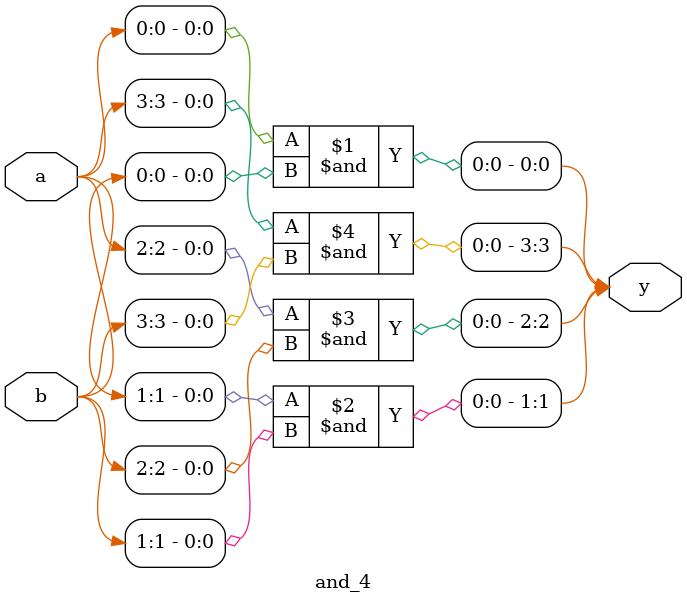
<source format=v>
module and_4(
	input wire  [3:0] a,
	input wire  [3:0] b,
	output wire [3:0] y
);
	and and0(.y(y[0]), .a(a[0]), .b(b[0]));
	and and1(.y(y[1]), .a(a[1]), .b(b[1]));
	and and2(.y(y[2]), .a(a[2]), .b(b[2]));
	and and3(.y(y[3]), .a(a[3]), .b(b[3]));
endmodule

</source>
